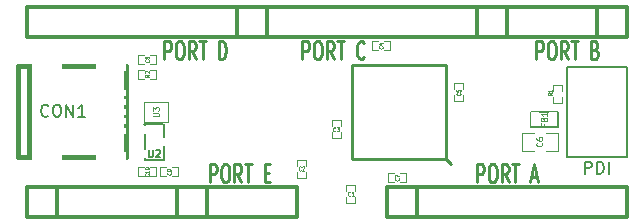
<source format=gto>
G04 (created by PCBNEW (2013-june-11)-stable) date Tue 21 Jan 2014 07:59:27 AM PST*
%MOIN*%
G04 Gerber Fmt 3.4, Leading zero omitted, Abs format*
%FSLAX34Y34*%
G01*
G70*
G90*
G04 APERTURE LIST*
%ADD10C,0.00590551*%
%ADD11C,0.0039*%
%ADD12C,0.015*%
%ADD13C,0.012*%
%ADD14C,0.008*%
%ADD15C,0.005*%
%ADD16C,0.0028*%
%ADD17C,0.01*%
%ADD18C,0.0043*%
%ADD19C,0.0045*%
%ADD20R,0.035X0.055*%
%ADD21R,0.0354331X0.0314961*%
%ADD22R,0.0906X0.0197*%
%ADD23R,0.0984X0.0787*%
%ADD24C,0.0354*%
%ADD25R,0.055X0.055*%
%ADD26C,0.055*%
%ADD27R,0.06X0.06*%
%ADD28C,0.06*%
%ADD29R,0.0177X0.0118*%
%ADD30R,0.0452756X0.0551181*%
%ADD31R,0.025X0.045*%
%ADD32R,0.0157X0.0236*%
%ADD33R,0.0236X0.0157*%
%ADD34R,0.03543X0.01102*%
%ADD35R,0.01102X0.03543*%
%ADD36R,0.18503X0.18503*%
G04 APERTURE END LIST*
G54D10*
G54D11*
X77300Y-34200D02*
X77700Y-34200D01*
X77700Y-34200D02*
X77700Y-34800D01*
X77700Y-34800D02*
X77300Y-34800D01*
X76900Y-34800D02*
X76500Y-34800D01*
X76500Y-34800D02*
X76500Y-34200D01*
X76500Y-34200D02*
X76900Y-34200D01*
G54D10*
X64539Y-33909D02*
X63909Y-33909D01*
X63929Y-33909D02*
X63929Y-35090D01*
X63929Y-35090D02*
X64559Y-35090D01*
X64559Y-35090D02*
X64559Y-33909D01*
G54D12*
X60083Y-31984D02*
X60083Y-35016D01*
X59689Y-31984D02*
X59689Y-35016D01*
X59689Y-35016D02*
X63311Y-35016D01*
X63311Y-35016D02*
X63311Y-31984D01*
X63311Y-31984D02*
X59689Y-31984D01*
G54D13*
X72000Y-36000D02*
X80000Y-36000D01*
X80000Y-36000D02*
X80000Y-37000D01*
X80000Y-37000D02*
X72000Y-37000D01*
X72000Y-37000D02*
X72000Y-36000D01*
X73000Y-37000D02*
X73000Y-36000D01*
X65000Y-36000D02*
X65000Y-36000D01*
X65000Y-37000D02*
X65000Y-36000D01*
X65000Y-36000D02*
X65000Y-36000D01*
X65000Y-36000D02*
X69000Y-36000D01*
X69000Y-36000D02*
X69000Y-37000D01*
X69000Y-37000D02*
X65000Y-37000D01*
X66000Y-37000D02*
X66000Y-36000D01*
G54D14*
X78000Y-35000D02*
X78000Y-32000D01*
X80000Y-32000D02*
X80000Y-35000D01*
X80000Y-35000D02*
X78000Y-35000D01*
X78000Y-32000D02*
X80000Y-32000D01*
G54D13*
X60000Y-37000D02*
X60000Y-36000D01*
X60000Y-36000D02*
X65000Y-36000D01*
X65000Y-36000D02*
X65000Y-37000D01*
X65000Y-37000D02*
X60000Y-37000D01*
X61000Y-37000D02*
X61000Y-36000D01*
X80000Y-31000D02*
X80000Y-31000D01*
X80000Y-30000D02*
X80000Y-31000D01*
X80000Y-31000D02*
X80000Y-31000D01*
X80000Y-31000D02*
X76000Y-31000D01*
X76000Y-31000D02*
X76000Y-30000D01*
X76000Y-30000D02*
X80000Y-30000D01*
X79000Y-30000D02*
X79000Y-31000D01*
X68000Y-31000D02*
X60000Y-31000D01*
X60000Y-31000D02*
X60000Y-30000D01*
X60000Y-30000D02*
X68000Y-30000D01*
X68000Y-30000D02*
X68000Y-31000D01*
X67000Y-30000D02*
X67000Y-31000D01*
X76000Y-31000D02*
X68000Y-31000D01*
X68000Y-31000D02*
X68000Y-30000D01*
X68000Y-30000D02*
X76000Y-30000D01*
X76000Y-30000D02*
X76000Y-31000D01*
X75000Y-30000D02*
X75000Y-31000D01*
G54D11*
X63887Y-33165D02*
X64713Y-33165D01*
X64713Y-33165D02*
X64713Y-33835D01*
X64713Y-33835D02*
X63887Y-33835D01*
X63887Y-33835D02*
X63887Y-33165D01*
G54D15*
X77700Y-34000D02*
X76800Y-34000D01*
X76800Y-34000D02*
X76800Y-33500D01*
X76800Y-33500D02*
X77700Y-33500D01*
X77700Y-33500D02*
X77700Y-34000D01*
G54D16*
X63900Y-32100D02*
X63700Y-32100D01*
X63700Y-32100D02*
X63700Y-32400D01*
X63700Y-32400D02*
X63900Y-32400D01*
X64100Y-32100D02*
X64300Y-32100D01*
X64300Y-32100D02*
X64300Y-32400D01*
X64300Y-32400D02*
X64100Y-32400D01*
X77850Y-32800D02*
X77850Y-32600D01*
X77850Y-32600D02*
X77550Y-32600D01*
X77550Y-32600D02*
X77550Y-32800D01*
X77850Y-33000D02*
X77850Y-33200D01*
X77850Y-33200D02*
X77550Y-33200D01*
X77550Y-33200D02*
X77550Y-33000D01*
X64100Y-31900D02*
X64300Y-31900D01*
X64300Y-31900D02*
X64300Y-31600D01*
X64300Y-31600D02*
X64100Y-31600D01*
X63900Y-31900D02*
X63700Y-31900D01*
X63700Y-31900D02*
X63700Y-31600D01*
X63700Y-31600D02*
X63900Y-31600D01*
X63900Y-35350D02*
X63700Y-35350D01*
X63700Y-35350D02*
X63700Y-35650D01*
X63700Y-35650D02*
X63900Y-35650D01*
X64100Y-35350D02*
X64300Y-35350D01*
X64300Y-35350D02*
X64300Y-35650D01*
X64300Y-35650D02*
X64100Y-35650D01*
X64850Y-35650D02*
X65050Y-35650D01*
X65050Y-35650D02*
X65050Y-35350D01*
X65050Y-35350D02*
X64850Y-35350D01*
X64650Y-35650D02*
X64450Y-35650D01*
X64450Y-35650D02*
X64450Y-35350D01*
X64450Y-35350D02*
X64650Y-35350D01*
X72250Y-35550D02*
X72050Y-35550D01*
X72050Y-35550D02*
X72050Y-35850D01*
X72050Y-35850D02*
X72250Y-35850D01*
X72450Y-35550D02*
X72650Y-35550D01*
X72650Y-35550D02*
X72650Y-35850D01*
X72650Y-35850D02*
X72450Y-35850D01*
X74550Y-32750D02*
X74550Y-32550D01*
X74550Y-32550D02*
X74250Y-32550D01*
X74250Y-32550D02*
X74250Y-32750D01*
X74550Y-32950D02*
X74550Y-33150D01*
X74550Y-33150D02*
X74250Y-33150D01*
X74250Y-33150D02*
X74250Y-32950D01*
X71700Y-31150D02*
X71500Y-31150D01*
X71500Y-31150D02*
X71500Y-31450D01*
X71500Y-31450D02*
X71700Y-31450D01*
X71900Y-31150D02*
X72100Y-31150D01*
X72100Y-31150D02*
X72100Y-31450D01*
X72100Y-31450D02*
X71900Y-31450D01*
X70160Y-34170D02*
X70160Y-34370D01*
X70160Y-34370D02*
X70460Y-34370D01*
X70460Y-34370D02*
X70460Y-34170D01*
X70160Y-33970D02*
X70160Y-33770D01*
X70160Y-33770D02*
X70460Y-33770D01*
X70460Y-33770D02*
X70460Y-33970D01*
X69000Y-35500D02*
X69000Y-35700D01*
X69000Y-35700D02*
X69300Y-35700D01*
X69300Y-35700D02*
X69300Y-35500D01*
X69000Y-35300D02*
X69000Y-35100D01*
X69000Y-35100D02*
X69300Y-35100D01*
X69300Y-35100D02*
X69300Y-35300D01*
X70950Y-36150D02*
X70950Y-35950D01*
X70950Y-35950D02*
X70650Y-35950D01*
X70650Y-35950D02*
X70650Y-36150D01*
X70950Y-36350D02*
X70950Y-36550D01*
X70950Y-36550D02*
X70650Y-36550D01*
X70650Y-36550D02*
X70650Y-36350D01*
G54D17*
X70823Y-31923D02*
X70823Y-35076D01*
X70823Y-35076D02*
X73976Y-35076D01*
X73976Y-35076D02*
X73976Y-31923D01*
X73976Y-31923D02*
X70823Y-31923D01*
X73976Y-35076D02*
X74126Y-35226D01*
G54D18*
X77160Y-34532D02*
X77170Y-34542D01*
X77179Y-34570D01*
X77179Y-34589D01*
X77170Y-34617D01*
X77151Y-34636D01*
X77132Y-34645D01*
X77095Y-34654D01*
X77067Y-34654D01*
X77029Y-34645D01*
X77010Y-34636D01*
X76992Y-34617D01*
X76982Y-34589D01*
X76982Y-34570D01*
X76992Y-34542D01*
X77001Y-34532D01*
X76982Y-34363D02*
X76982Y-34401D01*
X76992Y-34420D01*
X77001Y-34429D01*
X77029Y-34448D01*
X77067Y-34457D01*
X77142Y-34457D01*
X77160Y-34448D01*
X77170Y-34439D01*
X77179Y-34420D01*
X77179Y-34382D01*
X77170Y-34363D01*
X77160Y-34354D01*
X77142Y-34345D01*
X77095Y-34345D01*
X77076Y-34354D01*
X77067Y-34363D01*
X77057Y-34382D01*
X77057Y-34420D01*
X77067Y-34439D01*
X77076Y-34448D01*
X77095Y-34457D01*
G54D10*
X64059Y-34761D02*
X64059Y-34963D01*
X64071Y-34987D01*
X64083Y-34999D01*
X64107Y-35011D01*
X64154Y-35011D01*
X64178Y-34999D01*
X64190Y-34987D01*
X64202Y-34963D01*
X64202Y-34761D01*
X64309Y-34785D02*
X64321Y-34773D01*
X64345Y-34761D01*
X64404Y-34761D01*
X64428Y-34773D01*
X64440Y-34785D01*
X64452Y-34808D01*
X64452Y-34832D01*
X64440Y-34868D01*
X64297Y-35011D01*
X64452Y-35011D01*
G54D14*
X60719Y-33623D02*
X60699Y-33642D01*
X60642Y-33661D01*
X60604Y-33661D01*
X60547Y-33642D01*
X60509Y-33604D01*
X60490Y-33566D01*
X60471Y-33490D01*
X60471Y-33433D01*
X60490Y-33357D01*
X60509Y-33319D01*
X60547Y-33280D01*
X60604Y-33261D01*
X60642Y-33261D01*
X60699Y-33280D01*
X60719Y-33300D01*
X60966Y-33261D02*
X61042Y-33261D01*
X61080Y-33280D01*
X61119Y-33319D01*
X61138Y-33395D01*
X61138Y-33528D01*
X61119Y-33604D01*
X61080Y-33642D01*
X61042Y-33661D01*
X60966Y-33661D01*
X60928Y-33642D01*
X60890Y-33604D01*
X60871Y-33528D01*
X60871Y-33395D01*
X60890Y-33319D01*
X60928Y-33280D01*
X60966Y-33261D01*
X61309Y-33661D02*
X61309Y-33261D01*
X61538Y-33661D01*
X61538Y-33261D01*
X61938Y-33661D02*
X61709Y-33661D01*
X61823Y-33661D02*
X61823Y-33261D01*
X61785Y-33319D01*
X61747Y-33357D01*
X61709Y-33376D01*
G54D17*
X75009Y-35842D02*
X75009Y-35242D01*
X75161Y-35242D01*
X75200Y-35271D01*
X75219Y-35300D01*
X75238Y-35357D01*
X75238Y-35442D01*
X75219Y-35500D01*
X75200Y-35528D01*
X75161Y-35557D01*
X75009Y-35557D01*
X75485Y-35242D02*
X75561Y-35242D01*
X75600Y-35271D01*
X75638Y-35328D01*
X75657Y-35442D01*
X75657Y-35642D01*
X75638Y-35757D01*
X75600Y-35814D01*
X75561Y-35842D01*
X75485Y-35842D01*
X75447Y-35814D01*
X75409Y-35757D01*
X75390Y-35642D01*
X75390Y-35442D01*
X75409Y-35328D01*
X75447Y-35271D01*
X75485Y-35242D01*
X76057Y-35842D02*
X75923Y-35557D01*
X75828Y-35842D02*
X75828Y-35242D01*
X75980Y-35242D01*
X76019Y-35271D01*
X76038Y-35300D01*
X76057Y-35357D01*
X76057Y-35442D01*
X76038Y-35500D01*
X76019Y-35528D01*
X75980Y-35557D01*
X75828Y-35557D01*
X76171Y-35242D02*
X76400Y-35242D01*
X76285Y-35842D02*
X76285Y-35242D01*
X76819Y-35671D02*
X77009Y-35671D01*
X76780Y-35842D02*
X76914Y-35242D01*
X77047Y-35842D01*
X66100Y-35842D02*
X66100Y-35242D01*
X66252Y-35242D01*
X66290Y-35271D01*
X66309Y-35300D01*
X66328Y-35357D01*
X66328Y-35442D01*
X66309Y-35500D01*
X66290Y-35528D01*
X66252Y-35557D01*
X66100Y-35557D01*
X66576Y-35242D02*
X66652Y-35242D01*
X66690Y-35271D01*
X66728Y-35328D01*
X66747Y-35442D01*
X66747Y-35642D01*
X66728Y-35757D01*
X66690Y-35814D01*
X66652Y-35842D01*
X66576Y-35842D01*
X66538Y-35814D01*
X66500Y-35757D01*
X66480Y-35642D01*
X66480Y-35442D01*
X66500Y-35328D01*
X66538Y-35271D01*
X66576Y-35242D01*
X67147Y-35842D02*
X67014Y-35557D01*
X66919Y-35842D02*
X66919Y-35242D01*
X67071Y-35242D01*
X67109Y-35271D01*
X67128Y-35300D01*
X67147Y-35357D01*
X67147Y-35442D01*
X67128Y-35500D01*
X67109Y-35528D01*
X67071Y-35557D01*
X66919Y-35557D01*
X67261Y-35242D02*
X67490Y-35242D01*
X67376Y-35842D02*
X67376Y-35242D01*
X67928Y-35528D02*
X68061Y-35528D01*
X68119Y-35842D02*
X67928Y-35842D01*
X67928Y-35242D01*
X68119Y-35242D01*
G54D14*
X78600Y-35561D02*
X78600Y-35161D01*
X78752Y-35161D01*
X78790Y-35180D01*
X78809Y-35200D01*
X78828Y-35238D01*
X78828Y-35295D01*
X78809Y-35333D01*
X78790Y-35352D01*
X78752Y-35371D01*
X78600Y-35371D01*
X79000Y-35561D02*
X79000Y-35161D01*
X79095Y-35161D01*
X79152Y-35180D01*
X79190Y-35219D01*
X79209Y-35257D01*
X79228Y-35333D01*
X79228Y-35390D01*
X79209Y-35466D01*
X79190Y-35504D01*
X79152Y-35542D01*
X79095Y-35561D01*
X79000Y-35561D01*
X79400Y-35561D02*
X79400Y-35161D01*
G54D17*
X76980Y-31742D02*
X76980Y-31142D01*
X77133Y-31142D01*
X77171Y-31171D01*
X77190Y-31200D01*
X77209Y-31257D01*
X77209Y-31342D01*
X77190Y-31400D01*
X77171Y-31428D01*
X77133Y-31457D01*
X76980Y-31457D01*
X77457Y-31142D02*
X77533Y-31142D01*
X77571Y-31171D01*
X77609Y-31228D01*
X77628Y-31342D01*
X77628Y-31542D01*
X77609Y-31657D01*
X77571Y-31714D01*
X77533Y-31742D01*
X77457Y-31742D01*
X77419Y-31714D01*
X77380Y-31657D01*
X77361Y-31542D01*
X77361Y-31342D01*
X77380Y-31228D01*
X77419Y-31171D01*
X77457Y-31142D01*
X78028Y-31742D02*
X77895Y-31457D01*
X77800Y-31742D02*
X77800Y-31142D01*
X77952Y-31142D01*
X77990Y-31171D01*
X78009Y-31200D01*
X78028Y-31257D01*
X78028Y-31342D01*
X78009Y-31400D01*
X77990Y-31428D01*
X77952Y-31457D01*
X77800Y-31457D01*
X78142Y-31142D02*
X78371Y-31142D01*
X78257Y-31742D02*
X78257Y-31142D01*
X78942Y-31428D02*
X79000Y-31457D01*
X79019Y-31485D01*
X79038Y-31542D01*
X79038Y-31628D01*
X79019Y-31685D01*
X79000Y-31714D01*
X78961Y-31742D01*
X78809Y-31742D01*
X78809Y-31142D01*
X78942Y-31142D01*
X78980Y-31171D01*
X79000Y-31200D01*
X79019Y-31257D01*
X79019Y-31314D01*
X79000Y-31371D01*
X78980Y-31400D01*
X78942Y-31428D01*
X78809Y-31428D01*
X64580Y-31742D02*
X64580Y-31142D01*
X64733Y-31142D01*
X64771Y-31171D01*
X64790Y-31200D01*
X64809Y-31257D01*
X64809Y-31342D01*
X64790Y-31400D01*
X64771Y-31428D01*
X64733Y-31457D01*
X64580Y-31457D01*
X65057Y-31142D02*
X65133Y-31142D01*
X65171Y-31171D01*
X65209Y-31228D01*
X65228Y-31342D01*
X65228Y-31542D01*
X65209Y-31657D01*
X65171Y-31714D01*
X65133Y-31742D01*
X65057Y-31742D01*
X65019Y-31714D01*
X64980Y-31657D01*
X64961Y-31542D01*
X64961Y-31342D01*
X64980Y-31228D01*
X65019Y-31171D01*
X65057Y-31142D01*
X65628Y-31742D02*
X65495Y-31457D01*
X65400Y-31742D02*
X65400Y-31142D01*
X65552Y-31142D01*
X65590Y-31171D01*
X65609Y-31200D01*
X65628Y-31257D01*
X65628Y-31342D01*
X65609Y-31400D01*
X65590Y-31428D01*
X65552Y-31457D01*
X65400Y-31457D01*
X65742Y-31142D02*
X65971Y-31142D01*
X65857Y-31742D02*
X65857Y-31142D01*
X66409Y-31742D02*
X66409Y-31142D01*
X66504Y-31142D01*
X66561Y-31171D01*
X66600Y-31228D01*
X66619Y-31285D01*
X66638Y-31400D01*
X66638Y-31485D01*
X66619Y-31600D01*
X66600Y-31657D01*
X66561Y-31714D01*
X66504Y-31742D01*
X66409Y-31742D01*
X69180Y-31742D02*
X69180Y-31142D01*
X69333Y-31142D01*
X69371Y-31171D01*
X69390Y-31200D01*
X69409Y-31257D01*
X69409Y-31342D01*
X69390Y-31400D01*
X69371Y-31428D01*
X69333Y-31457D01*
X69180Y-31457D01*
X69657Y-31142D02*
X69733Y-31142D01*
X69771Y-31171D01*
X69809Y-31228D01*
X69828Y-31342D01*
X69828Y-31542D01*
X69809Y-31657D01*
X69771Y-31714D01*
X69733Y-31742D01*
X69657Y-31742D01*
X69619Y-31714D01*
X69580Y-31657D01*
X69561Y-31542D01*
X69561Y-31342D01*
X69580Y-31228D01*
X69619Y-31171D01*
X69657Y-31142D01*
X70228Y-31742D02*
X70095Y-31457D01*
X70000Y-31742D02*
X70000Y-31142D01*
X70152Y-31142D01*
X70190Y-31171D01*
X70209Y-31200D01*
X70228Y-31257D01*
X70228Y-31342D01*
X70209Y-31400D01*
X70190Y-31428D01*
X70152Y-31457D01*
X70000Y-31457D01*
X70342Y-31142D02*
X70571Y-31142D01*
X70457Y-31742D02*
X70457Y-31142D01*
X71238Y-31685D02*
X71219Y-31714D01*
X71161Y-31742D01*
X71123Y-31742D01*
X71066Y-31714D01*
X71028Y-31657D01*
X71009Y-31600D01*
X70990Y-31485D01*
X70990Y-31400D01*
X71009Y-31285D01*
X71028Y-31228D01*
X71066Y-31171D01*
X71123Y-31142D01*
X71161Y-31142D01*
X71219Y-31171D01*
X71238Y-31200D01*
G54D11*
X64202Y-33650D02*
X64362Y-33650D01*
X64380Y-33640D01*
X64390Y-33631D01*
X64399Y-33612D01*
X64399Y-33575D01*
X64390Y-33556D01*
X64380Y-33546D01*
X64362Y-33537D01*
X64202Y-33537D01*
X64202Y-33462D02*
X64202Y-33340D01*
X64277Y-33406D01*
X64277Y-33378D01*
X64287Y-33359D01*
X64296Y-33349D01*
X64315Y-33340D01*
X64362Y-33340D01*
X64380Y-33349D01*
X64390Y-33359D01*
X64399Y-33378D01*
X64399Y-33434D01*
X64390Y-33453D01*
X64380Y-33462D01*
G54D19*
X77226Y-33900D02*
X77226Y-33960D01*
X77330Y-33960D02*
X77130Y-33960D01*
X77130Y-33874D01*
X77226Y-33745D02*
X77235Y-33720D01*
X77245Y-33711D01*
X77264Y-33702D01*
X77292Y-33702D01*
X77311Y-33711D01*
X77321Y-33720D01*
X77330Y-33737D01*
X77330Y-33805D01*
X77130Y-33805D01*
X77130Y-33745D01*
X77140Y-33728D01*
X77150Y-33720D01*
X77169Y-33711D01*
X77188Y-33711D01*
X77207Y-33720D01*
X77216Y-33728D01*
X77226Y-33745D01*
X77226Y-33805D01*
X77330Y-33531D02*
X77330Y-33634D01*
X77330Y-33582D02*
X77130Y-33582D01*
X77159Y-33600D01*
X77178Y-33617D01*
X77188Y-33634D01*
G54D16*
X64075Y-32260D02*
X64010Y-32300D01*
X64075Y-32328D02*
X63937Y-32328D01*
X63937Y-32282D01*
X63944Y-32271D01*
X63951Y-32265D01*
X63964Y-32260D01*
X63983Y-32260D01*
X63997Y-32265D01*
X64003Y-32271D01*
X64010Y-32282D01*
X64010Y-32328D01*
X63951Y-32214D02*
X63944Y-32208D01*
X63937Y-32197D01*
X63937Y-32168D01*
X63944Y-32157D01*
X63951Y-32151D01*
X63964Y-32145D01*
X63977Y-32145D01*
X63997Y-32151D01*
X64075Y-32220D01*
X64075Y-32145D01*
X77505Y-32870D02*
X77440Y-32910D01*
X77505Y-32938D02*
X77367Y-32938D01*
X77367Y-32892D01*
X77374Y-32881D01*
X77381Y-32875D01*
X77394Y-32870D01*
X77413Y-32870D01*
X77427Y-32875D01*
X77433Y-32881D01*
X77440Y-32892D01*
X77440Y-32938D01*
X77505Y-32755D02*
X77505Y-32824D01*
X77505Y-32790D02*
X77367Y-32790D01*
X77387Y-32801D01*
X77400Y-32812D01*
X77407Y-32824D01*
X64062Y-31770D02*
X64069Y-31775D01*
X64075Y-31792D01*
X64075Y-31804D01*
X64069Y-31821D01*
X64056Y-31832D01*
X64043Y-31838D01*
X64016Y-31844D01*
X63997Y-31844D01*
X63970Y-31838D01*
X63957Y-31832D01*
X63944Y-31821D01*
X63937Y-31804D01*
X63937Y-31792D01*
X63944Y-31775D01*
X63951Y-31770D01*
X63997Y-31701D02*
X63990Y-31712D01*
X63983Y-31718D01*
X63970Y-31724D01*
X63964Y-31724D01*
X63951Y-31718D01*
X63944Y-31712D01*
X63937Y-31701D01*
X63937Y-31678D01*
X63944Y-31667D01*
X63951Y-31661D01*
X63964Y-31655D01*
X63970Y-31655D01*
X63983Y-31661D01*
X63990Y-31667D01*
X63997Y-31678D01*
X63997Y-31701D01*
X64003Y-31712D01*
X64010Y-31718D01*
X64023Y-31724D01*
X64049Y-31724D01*
X64062Y-31718D01*
X64069Y-31712D01*
X64075Y-31701D01*
X64075Y-31678D01*
X64069Y-31667D01*
X64062Y-31661D01*
X64049Y-31655D01*
X64023Y-31655D01*
X64010Y-31661D01*
X64003Y-31667D01*
X63997Y-31678D01*
X64052Y-35577D02*
X64059Y-35582D01*
X64065Y-35600D01*
X64065Y-35611D01*
X64059Y-35628D01*
X64046Y-35640D01*
X64033Y-35645D01*
X64006Y-35651D01*
X63987Y-35651D01*
X63960Y-35645D01*
X63947Y-35640D01*
X63934Y-35628D01*
X63927Y-35611D01*
X63927Y-35600D01*
X63934Y-35582D01*
X63941Y-35577D01*
X64065Y-35462D02*
X64065Y-35531D01*
X64065Y-35497D02*
X63927Y-35497D01*
X63947Y-35508D01*
X63960Y-35520D01*
X63967Y-35531D01*
X63927Y-35388D02*
X63927Y-35377D01*
X63934Y-35365D01*
X63941Y-35360D01*
X63954Y-35354D01*
X63980Y-35348D01*
X64013Y-35348D01*
X64039Y-35354D01*
X64052Y-35360D01*
X64059Y-35365D01*
X64065Y-35377D01*
X64065Y-35388D01*
X64059Y-35400D01*
X64052Y-35405D01*
X64039Y-35411D01*
X64013Y-35417D01*
X63980Y-35417D01*
X63954Y-35411D01*
X63941Y-35405D01*
X63934Y-35400D01*
X63927Y-35388D01*
X64802Y-35520D02*
X64809Y-35525D01*
X64815Y-35542D01*
X64815Y-35554D01*
X64809Y-35571D01*
X64796Y-35582D01*
X64783Y-35588D01*
X64756Y-35594D01*
X64737Y-35594D01*
X64710Y-35588D01*
X64697Y-35582D01*
X64684Y-35571D01*
X64677Y-35554D01*
X64677Y-35542D01*
X64684Y-35525D01*
X64691Y-35520D01*
X64815Y-35462D02*
X64815Y-35440D01*
X64809Y-35428D01*
X64802Y-35422D01*
X64783Y-35411D01*
X64756Y-35405D01*
X64704Y-35405D01*
X64691Y-35411D01*
X64684Y-35417D01*
X64677Y-35428D01*
X64677Y-35451D01*
X64684Y-35462D01*
X64691Y-35468D01*
X64704Y-35474D01*
X64737Y-35474D01*
X64750Y-35468D01*
X64756Y-35462D01*
X64763Y-35451D01*
X64763Y-35428D01*
X64756Y-35417D01*
X64750Y-35411D01*
X64737Y-35405D01*
X72392Y-35720D02*
X72399Y-35725D01*
X72405Y-35742D01*
X72405Y-35754D01*
X72399Y-35771D01*
X72386Y-35782D01*
X72373Y-35788D01*
X72346Y-35794D01*
X72327Y-35794D01*
X72300Y-35788D01*
X72287Y-35782D01*
X72274Y-35771D01*
X72267Y-35754D01*
X72267Y-35742D01*
X72274Y-35725D01*
X72281Y-35720D01*
X72267Y-35680D02*
X72267Y-35600D01*
X72405Y-35651D01*
X74442Y-32870D02*
X74449Y-32875D01*
X74455Y-32892D01*
X74455Y-32904D01*
X74449Y-32921D01*
X74436Y-32932D01*
X74423Y-32938D01*
X74396Y-32944D01*
X74377Y-32944D01*
X74350Y-32938D01*
X74337Y-32932D01*
X74324Y-32921D01*
X74317Y-32904D01*
X74317Y-32892D01*
X74324Y-32875D01*
X74331Y-32870D01*
X74317Y-32761D02*
X74317Y-32818D01*
X74383Y-32824D01*
X74377Y-32818D01*
X74370Y-32807D01*
X74370Y-32778D01*
X74377Y-32767D01*
X74383Y-32761D01*
X74396Y-32755D01*
X74429Y-32755D01*
X74442Y-32761D01*
X74449Y-32767D01*
X74455Y-32778D01*
X74455Y-32807D01*
X74449Y-32818D01*
X74442Y-32824D01*
X71852Y-31320D02*
X71859Y-31325D01*
X71865Y-31342D01*
X71865Y-31354D01*
X71859Y-31371D01*
X71846Y-31382D01*
X71833Y-31388D01*
X71806Y-31394D01*
X71787Y-31394D01*
X71760Y-31388D01*
X71747Y-31382D01*
X71734Y-31371D01*
X71727Y-31354D01*
X71727Y-31342D01*
X71734Y-31325D01*
X71741Y-31320D01*
X71773Y-31217D02*
X71865Y-31217D01*
X71721Y-31245D02*
X71819Y-31274D01*
X71819Y-31200D01*
X70280Y-34142D02*
X70274Y-34149D01*
X70257Y-34155D01*
X70245Y-34155D01*
X70228Y-34149D01*
X70217Y-34136D01*
X70211Y-34123D01*
X70205Y-34096D01*
X70205Y-34077D01*
X70211Y-34050D01*
X70217Y-34037D01*
X70228Y-34024D01*
X70245Y-34017D01*
X70257Y-34017D01*
X70274Y-34024D01*
X70280Y-34031D01*
X70320Y-34017D02*
X70394Y-34017D01*
X70354Y-34070D01*
X70371Y-34070D01*
X70382Y-34077D01*
X70388Y-34083D01*
X70394Y-34096D01*
X70394Y-34129D01*
X70388Y-34142D01*
X70382Y-34149D01*
X70371Y-34155D01*
X70337Y-34155D01*
X70325Y-34149D01*
X70320Y-34142D01*
X69130Y-35442D02*
X69124Y-35449D01*
X69107Y-35455D01*
X69095Y-35455D01*
X69078Y-35449D01*
X69067Y-35436D01*
X69061Y-35423D01*
X69055Y-35396D01*
X69055Y-35377D01*
X69061Y-35350D01*
X69067Y-35337D01*
X69078Y-35324D01*
X69095Y-35317D01*
X69107Y-35317D01*
X69124Y-35324D01*
X69130Y-35331D01*
X69175Y-35331D02*
X69181Y-35324D01*
X69192Y-35317D01*
X69221Y-35317D01*
X69232Y-35324D01*
X69238Y-35331D01*
X69244Y-35344D01*
X69244Y-35357D01*
X69238Y-35377D01*
X69170Y-35455D01*
X69244Y-35455D01*
X70780Y-36292D02*
X70774Y-36299D01*
X70757Y-36305D01*
X70745Y-36305D01*
X70728Y-36299D01*
X70717Y-36286D01*
X70711Y-36273D01*
X70705Y-36246D01*
X70705Y-36227D01*
X70711Y-36200D01*
X70717Y-36187D01*
X70728Y-36174D01*
X70745Y-36167D01*
X70757Y-36167D01*
X70774Y-36174D01*
X70780Y-36181D01*
X70894Y-36305D02*
X70825Y-36305D01*
X70860Y-36305D02*
X70860Y-36167D01*
X70848Y-36187D01*
X70837Y-36200D01*
X70825Y-36207D01*
%LPC*%
G54D20*
X77475Y-34500D03*
X76725Y-34500D03*
G54D21*
X63811Y-34106D03*
X63811Y-34893D03*
X64677Y-34500D03*
G54D22*
X62858Y-32870D03*
X62858Y-33185D03*
X62858Y-33500D03*
X62858Y-33815D03*
X62858Y-34130D03*
G54D23*
X62819Y-31748D03*
X60654Y-31748D03*
X62819Y-35252D03*
X60654Y-35252D03*
G54D24*
X61835Y-32634D03*
X61835Y-34366D03*
G54D25*
X72500Y-36500D03*
G54D26*
X73500Y-36500D03*
X74500Y-36500D03*
X75500Y-36500D03*
X76500Y-36500D03*
X77500Y-36500D03*
X78500Y-36500D03*
X79500Y-36500D03*
G54D25*
X65500Y-36500D03*
G54D26*
X66500Y-36500D03*
X67500Y-36500D03*
X68500Y-36500D03*
G54D27*
X78500Y-32500D03*
G54D28*
X79500Y-32500D03*
X78500Y-33500D03*
X79500Y-33500D03*
X78500Y-34500D03*
X79500Y-34500D03*
G54D25*
X60500Y-36500D03*
G54D26*
X61500Y-36500D03*
X62500Y-36500D03*
X63500Y-36500D03*
X64500Y-36500D03*
G54D25*
X79500Y-30500D03*
G54D26*
X78500Y-30500D03*
X77500Y-30500D03*
X76500Y-30500D03*
G54D25*
X67500Y-30500D03*
G54D26*
X66500Y-30500D03*
X65500Y-30500D03*
X64500Y-30500D03*
X63500Y-30500D03*
X62500Y-30500D03*
X61500Y-30500D03*
X60500Y-30500D03*
G54D25*
X75500Y-30500D03*
G54D26*
X74500Y-30500D03*
X73500Y-30500D03*
X72500Y-30500D03*
X71500Y-30500D03*
X70500Y-30500D03*
X69500Y-30500D03*
X68500Y-30500D03*
G54D29*
X64024Y-33303D03*
X64024Y-33697D03*
X64576Y-33303D03*
X64024Y-33500D03*
X64576Y-33697D03*
G54D30*
X70279Y-36250D03*
X70279Y-35383D03*
X69650Y-35383D03*
X69650Y-36250D03*
G54D31*
X77550Y-33750D03*
X76950Y-33750D03*
G54D32*
X63823Y-32250D03*
X64177Y-32250D03*
G54D33*
X77700Y-32723D03*
X77700Y-33077D03*
G54D32*
X64177Y-31750D03*
X63823Y-31750D03*
X63823Y-35500D03*
X64177Y-35500D03*
X64927Y-35500D03*
X64573Y-35500D03*
X72173Y-35700D03*
X72527Y-35700D03*
G54D33*
X74400Y-32673D03*
X74400Y-33027D03*
G54D32*
X71623Y-31300D03*
X71977Y-31300D03*
G54D33*
X70310Y-34247D03*
X70310Y-33893D03*
X69150Y-35577D03*
X69150Y-35223D03*
X70800Y-36073D03*
X70800Y-36427D03*
G54D34*
X73699Y-34484D03*
X73699Y-34287D03*
X73699Y-34090D03*
X73699Y-33893D03*
X73699Y-33696D03*
X73699Y-33500D03*
X73699Y-33303D03*
X73699Y-33106D03*
X73699Y-32909D03*
X73699Y-32712D03*
X73699Y-32515D03*
G54D35*
X73384Y-32200D03*
X73187Y-32200D03*
X72990Y-32200D03*
X72793Y-32200D03*
X72596Y-32200D03*
X72400Y-32200D03*
X72203Y-32200D03*
X72006Y-32200D03*
X71809Y-32200D03*
X71612Y-32200D03*
X71415Y-32200D03*
G54D34*
X71100Y-32515D03*
X71100Y-32712D03*
X71100Y-32909D03*
X71100Y-33106D03*
X71100Y-33303D03*
X71100Y-33500D03*
X71100Y-33696D03*
X71100Y-33893D03*
X71100Y-34090D03*
X71100Y-34287D03*
X71100Y-34484D03*
G54D35*
X71415Y-34799D03*
X71612Y-34799D03*
X71809Y-34799D03*
X72006Y-34799D03*
X72203Y-34799D03*
X72400Y-34799D03*
X72596Y-34799D03*
X72793Y-34799D03*
X72990Y-34799D03*
X73187Y-34799D03*
X73384Y-34799D03*
G54D36*
X72400Y-33500D03*
M02*

</source>
